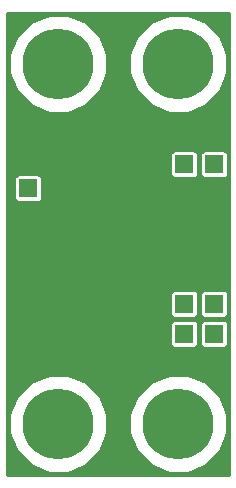
<source format=gbr>
%TF.GenerationSoftware,KiCad,Pcbnew,6.0.4-6f826c9f35~116~ubuntu20.04.1*%
%TF.CreationDate,2022-04-06T12:57:03+00:00*%
%TF.ProjectId,STEPUPDC02A,53544550-5550-4444-9330-32412e6b6963,rev?*%
%TF.SameCoordinates,Original*%
%TF.FileFunction,Copper,L1,Top*%
%TF.FilePolarity,Positive*%
%FSLAX46Y46*%
G04 Gerber Fmt 4.6, Leading zero omitted, Abs format (unit mm)*
G04 Created by KiCad (PCBNEW 6.0.4-6f826c9f35~116~ubuntu20.04.1) date 2022-04-06 12:57:03*
%MOMM*%
%LPD*%
G01*
G04 APERTURE LIST*
%TA.AperFunction,ComponentPad*%
%ADD10C,6.000000*%
%TD*%
%TA.AperFunction,ComponentPad*%
%ADD11R,1.524000X1.524000*%
%TD*%
%TA.AperFunction,ViaPad*%
%ADD12C,0.800000*%
%TD*%
%TA.AperFunction,Conductor*%
%ADD13C,0.500000*%
%TD*%
%TA.AperFunction,Conductor*%
%ADD14C,0.254000*%
%TD*%
G04 APERTURE END LIST*
D10*
%TO.P,M1,1*%
%TO.N,N/C*%
X15240000Y35560000D03*
%TD*%
%TO.P,M2,1*%
%TO.N,N/C*%
X15240000Y5080000D03*
%TD*%
%TO.P,M3,1*%
%TO.N,N/C*%
X5080000Y5080000D03*
%TD*%
%TO.P,M4,1*%
%TO.N,N/C*%
X5080000Y35560000D03*
%TD*%
D11*
%TO.P,J1,1*%
%TO.N,GND*%
X15748000Y29591000D03*
%TO.P,J1,2*%
X18288000Y29591000D03*
%TO.P,J1,3*%
%TO.N,/Power*%
X15748000Y27051000D03*
%TO.P,J1,4*%
X18288000Y27051000D03*
%TO.P,J1,5*%
%TO.N,GND*%
X15748000Y24511000D03*
%TO.P,J1,6*%
X18288000Y24511000D03*
%TD*%
%TO.P,J2,1*%
%TO.N,GND*%
X2540000Y22479000D03*
%TO.P,J2,2*%
%TO.N,/ENABLE*%
X2540000Y25019000D03*
%TD*%
%TO.P,J4,1*%
%TO.N,GND*%
X15748000Y17780000D03*
%TO.P,J4,2*%
X18288000Y17780000D03*
%TO.P,J4,3*%
%TO.N,/PowerOUT*%
X15748000Y15240000D03*
%TO.P,J4,4*%
X18288000Y15240000D03*
%TO.P,J4,5*%
X15748000Y12700000D03*
%TO.P,J4,6*%
X18288000Y12700000D03*
%TO.P,J4,7*%
%TO.N,GND*%
X15748000Y10160000D03*
%TO.P,J4,8*%
X18288000Y10160000D03*
%TD*%
D12*
%TO.N,GND*%
X1397000Y13462000D03*
X2794000Y13462000D03*
X11811000Y18034000D03*
X4953000Y26670000D03*
X16891000Y19558000D03*
X4826000Y12573000D03*
X9017000Y19685000D03*
X8001000Y20574000D03*
X4826000Y11303000D03*
X18415000Y19558000D03*
X9271000Y17018000D03*
X12700000Y29591000D03*
X4191000Y22479000D03*
X4826000Y10160000D03*
X9017000Y18288000D03*
X13970000Y29591000D03*
X18415000Y22733000D03*
X6350000Y26670000D03*
X10033000Y18033998D03*
X6731000Y20574000D03*
X1397000Y14859000D03*
X15748000Y22733000D03*
X15621000Y19558000D03*
X4826000Y28702000D03*
X17018000Y22733000D03*
X3937000Y13462000D03*
%TD*%
D13*
%TO.N,GND*%
X2794000Y13462000D02*
X1397000Y13462000D01*
X13970000Y29591000D02*
X12700000Y29591000D01*
X9778998Y18288000D02*
X10033000Y18033998D01*
X4826000Y12573000D02*
X3937000Y13462000D01*
X4826000Y10160000D02*
X4826000Y11303000D01*
X6731000Y20574000D02*
X8001000Y20574000D01*
X9017000Y18288000D02*
X9778998Y18288000D01*
X9017000Y19685000D02*
X9017000Y18288000D01*
X15621000Y19558000D02*
X16891000Y19558000D01*
X6350000Y26670000D02*
X4953000Y26670000D01*
X15748000Y22733000D02*
X17018000Y22733000D01*
%TD*%
%TO.N,GND*%
D14*
X19564000Y756000D02*
X756000Y756000D01*
X756000Y5900911D01*
X953000Y5900911D01*
X953000Y4259089D01*
X1581298Y2742242D01*
X2742242Y1581298D01*
X4259089Y953000D01*
X5900911Y953000D01*
X7417758Y1581298D01*
X8578702Y2742242D01*
X9207000Y4259089D01*
X9207000Y5900911D01*
X11113000Y5900911D01*
X11113000Y4259089D01*
X11741298Y2742242D01*
X12902242Y1581298D01*
X14419089Y953000D01*
X16060911Y953000D01*
X17577758Y1581298D01*
X18738702Y2742242D01*
X19367000Y4259089D01*
X19367000Y5900911D01*
X18738702Y7417758D01*
X17577758Y8578702D01*
X16060911Y9207000D01*
X14419089Y9207000D01*
X12902242Y8578702D01*
X11741298Y7417758D01*
X11113000Y5900911D01*
X9207000Y5900911D01*
X8578702Y7417758D01*
X7417758Y8578702D01*
X5900911Y9207000D01*
X4259089Y9207000D01*
X2742242Y8578702D01*
X1581298Y7417758D01*
X953000Y5900911D01*
X756000Y5900911D01*
X756000Y13462000D01*
X14550635Y13462000D01*
X14550635Y11938000D01*
X14583775Y11771393D01*
X14678150Y11630150D01*
X14819393Y11535775D01*
X14986000Y11502635D01*
X16510000Y11502635D01*
X16676607Y11535775D01*
X16817850Y11630150D01*
X16912225Y11771393D01*
X16945365Y11938000D01*
X16945365Y13462000D01*
X17090635Y13462000D01*
X17090635Y11938000D01*
X17123775Y11771393D01*
X17218150Y11630150D01*
X17359393Y11535775D01*
X17526000Y11502635D01*
X19050000Y11502635D01*
X19216607Y11535775D01*
X19357850Y11630150D01*
X19452225Y11771393D01*
X19485365Y11938000D01*
X19485365Y13462000D01*
X19452225Y13628607D01*
X19357850Y13769850D01*
X19216607Y13864225D01*
X19050000Y13897365D01*
X17526000Y13897365D01*
X17359393Y13864225D01*
X17218150Y13769850D01*
X17123775Y13628607D01*
X17090635Y13462000D01*
X16945365Y13462000D01*
X16912225Y13628607D01*
X16817850Y13769850D01*
X16676607Y13864225D01*
X16510000Y13897365D01*
X14986000Y13897365D01*
X14819393Y13864225D01*
X14678150Y13769850D01*
X14583775Y13628607D01*
X14550635Y13462000D01*
X756000Y13462000D01*
X756000Y16002000D01*
X14550635Y16002000D01*
X14550635Y14478000D01*
X14583775Y14311393D01*
X14678150Y14170150D01*
X14819393Y14075775D01*
X14986000Y14042635D01*
X16510000Y14042635D01*
X16676607Y14075775D01*
X16817850Y14170150D01*
X16912225Y14311393D01*
X16945365Y14478000D01*
X16945365Y16002000D01*
X17090635Y16002000D01*
X17090635Y14478000D01*
X17123775Y14311393D01*
X17218150Y14170150D01*
X17359393Y14075775D01*
X17526000Y14042635D01*
X19050000Y14042635D01*
X19216607Y14075775D01*
X19357850Y14170150D01*
X19452225Y14311393D01*
X19485365Y14478000D01*
X19485365Y16002000D01*
X19452225Y16168607D01*
X19357850Y16309850D01*
X19216607Y16404225D01*
X19050000Y16437365D01*
X17526000Y16437365D01*
X17359393Y16404225D01*
X17218150Y16309850D01*
X17123775Y16168607D01*
X17090635Y16002000D01*
X16945365Y16002000D01*
X16912225Y16168607D01*
X16817850Y16309850D01*
X16676607Y16404225D01*
X16510000Y16437365D01*
X14986000Y16437365D01*
X14819393Y16404225D01*
X14678150Y16309850D01*
X14583775Y16168607D01*
X14550635Y16002000D01*
X756000Y16002000D01*
X756000Y25781000D01*
X1342635Y25781000D01*
X1342635Y24257000D01*
X1375775Y24090393D01*
X1470150Y23949150D01*
X1611393Y23854775D01*
X1778000Y23821635D01*
X3302000Y23821635D01*
X3468607Y23854775D01*
X3609850Y23949150D01*
X3704225Y24090393D01*
X3737365Y24257000D01*
X3737365Y25781000D01*
X3704225Y25947607D01*
X3609850Y26088850D01*
X3468607Y26183225D01*
X3302000Y26216365D01*
X1778000Y26216365D01*
X1611393Y26183225D01*
X1470150Y26088850D01*
X1375775Y25947607D01*
X1342635Y25781000D01*
X756000Y25781000D01*
X756000Y27813000D01*
X14550635Y27813000D01*
X14550635Y26289000D01*
X14583775Y26122393D01*
X14678150Y25981150D01*
X14819393Y25886775D01*
X14986000Y25853635D01*
X16510000Y25853635D01*
X16676607Y25886775D01*
X16817850Y25981150D01*
X16912225Y26122393D01*
X16945365Y26289000D01*
X16945365Y27813000D01*
X17090635Y27813000D01*
X17090635Y26289000D01*
X17123775Y26122393D01*
X17218150Y25981150D01*
X17359393Y25886775D01*
X17526000Y25853635D01*
X19050000Y25853635D01*
X19216607Y25886775D01*
X19357850Y25981150D01*
X19452225Y26122393D01*
X19485365Y26289000D01*
X19485365Y27813000D01*
X19452225Y27979607D01*
X19357850Y28120850D01*
X19216607Y28215225D01*
X19050000Y28248365D01*
X17526000Y28248365D01*
X17359393Y28215225D01*
X17218150Y28120850D01*
X17123775Y27979607D01*
X17090635Y27813000D01*
X16945365Y27813000D01*
X16912225Y27979607D01*
X16817850Y28120850D01*
X16676607Y28215225D01*
X16510000Y28248365D01*
X14986000Y28248365D01*
X14819393Y28215225D01*
X14678150Y28120850D01*
X14583775Y27979607D01*
X14550635Y27813000D01*
X756000Y27813000D01*
X756000Y36380911D01*
X953000Y36380911D01*
X953000Y34739089D01*
X1581298Y33222242D01*
X2742242Y32061298D01*
X4259089Y31433000D01*
X5900911Y31433000D01*
X7417758Y32061298D01*
X8578702Y33222242D01*
X9207000Y34739089D01*
X9207000Y36380911D01*
X11113000Y36380911D01*
X11113000Y34739089D01*
X11741298Y33222242D01*
X12902242Y32061298D01*
X14419089Y31433000D01*
X16060911Y31433000D01*
X17577758Y32061298D01*
X18738702Y33222242D01*
X19367000Y34739089D01*
X19367000Y36380911D01*
X18738702Y37897758D01*
X17577758Y39058702D01*
X16060911Y39687000D01*
X14419089Y39687000D01*
X12902242Y39058702D01*
X11741298Y37897758D01*
X11113000Y36380911D01*
X9207000Y36380911D01*
X8578702Y37897758D01*
X7417758Y39058702D01*
X5900911Y39687000D01*
X4259089Y39687000D01*
X2742242Y39058702D01*
X1581298Y37897758D01*
X953000Y36380911D01*
X756000Y36380911D01*
X756000Y39884000D01*
X19564001Y39884000D01*
X19564000Y756000D01*
X19564000Y756000D02*
X19564001Y39884000D01*
%TA.AperFunction,Conductor*%
G36*
X19564000Y756000D02*
G01*
X756000Y756000D01*
X756000Y5900911D01*
X953000Y5900911D01*
X953000Y4259089D01*
X1581298Y2742242D01*
X2742242Y1581298D01*
X4259089Y953000D01*
X5900911Y953000D01*
X7417758Y1581298D01*
X8578702Y2742242D01*
X9207000Y4259089D01*
X9207000Y5900911D01*
X11113000Y5900911D01*
X11113000Y4259089D01*
X11741298Y2742242D01*
X12902242Y1581298D01*
X14419089Y953000D01*
X16060911Y953000D01*
X17577758Y1581298D01*
X18738702Y2742242D01*
X19367000Y4259089D01*
X19367000Y5900911D01*
X18738702Y7417758D01*
X17577758Y8578702D01*
X16060911Y9207000D01*
X14419089Y9207000D01*
X12902242Y8578702D01*
X11741298Y7417758D01*
X11113000Y5900911D01*
X9207000Y5900911D01*
X8578702Y7417758D01*
X7417758Y8578702D01*
X5900911Y9207000D01*
X4259089Y9207000D01*
X2742242Y8578702D01*
X1581298Y7417758D01*
X953000Y5900911D01*
X756000Y5900911D01*
X756000Y13462000D01*
X14550635Y13462000D01*
X14550635Y11938000D01*
X14583775Y11771393D01*
X14678150Y11630150D01*
X14819393Y11535775D01*
X14986000Y11502635D01*
X16510000Y11502635D01*
X16676607Y11535775D01*
X16817850Y11630150D01*
X16912225Y11771393D01*
X16945365Y11938000D01*
X16945365Y13462000D01*
X17090635Y13462000D01*
X17090635Y11938000D01*
X17123775Y11771393D01*
X17218150Y11630150D01*
X17359393Y11535775D01*
X17526000Y11502635D01*
X19050000Y11502635D01*
X19216607Y11535775D01*
X19357850Y11630150D01*
X19452225Y11771393D01*
X19485365Y11938000D01*
X19485365Y13462000D01*
X19452225Y13628607D01*
X19357850Y13769850D01*
X19216607Y13864225D01*
X19050000Y13897365D01*
X17526000Y13897365D01*
X17359393Y13864225D01*
X17218150Y13769850D01*
X17123775Y13628607D01*
X17090635Y13462000D01*
X16945365Y13462000D01*
X16912225Y13628607D01*
X16817850Y13769850D01*
X16676607Y13864225D01*
X16510000Y13897365D01*
X14986000Y13897365D01*
X14819393Y13864225D01*
X14678150Y13769850D01*
X14583775Y13628607D01*
X14550635Y13462000D01*
X756000Y13462000D01*
X756000Y16002000D01*
X14550635Y16002000D01*
X14550635Y14478000D01*
X14583775Y14311393D01*
X14678150Y14170150D01*
X14819393Y14075775D01*
X14986000Y14042635D01*
X16510000Y14042635D01*
X16676607Y14075775D01*
X16817850Y14170150D01*
X16912225Y14311393D01*
X16945365Y14478000D01*
X16945365Y16002000D01*
X17090635Y16002000D01*
X17090635Y14478000D01*
X17123775Y14311393D01*
X17218150Y14170150D01*
X17359393Y14075775D01*
X17526000Y14042635D01*
X19050000Y14042635D01*
X19216607Y14075775D01*
X19357850Y14170150D01*
X19452225Y14311393D01*
X19485365Y14478000D01*
X19485365Y16002000D01*
X19452225Y16168607D01*
X19357850Y16309850D01*
X19216607Y16404225D01*
X19050000Y16437365D01*
X17526000Y16437365D01*
X17359393Y16404225D01*
X17218150Y16309850D01*
X17123775Y16168607D01*
X17090635Y16002000D01*
X16945365Y16002000D01*
X16912225Y16168607D01*
X16817850Y16309850D01*
X16676607Y16404225D01*
X16510000Y16437365D01*
X14986000Y16437365D01*
X14819393Y16404225D01*
X14678150Y16309850D01*
X14583775Y16168607D01*
X14550635Y16002000D01*
X756000Y16002000D01*
X756000Y25781000D01*
X1342635Y25781000D01*
X1342635Y24257000D01*
X1375775Y24090393D01*
X1470150Y23949150D01*
X1611393Y23854775D01*
X1778000Y23821635D01*
X3302000Y23821635D01*
X3468607Y23854775D01*
X3609850Y23949150D01*
X3704225Y24090393D01*
X3737365Y24257000D01*
X3737365Y25781000D01*
X3704225Y25947607D01*
X3609850Y26088850D01*
X3468607Y26183225D01*
X3302000Y26216365D01*
X1778000Y26216365D01*
X1611393Y26183225D01*
X1470150Y26088850D01*
X1375775Y25947607D01*
X1342635Y25781000D01*
X756000Y25781000D01*
X756000Y27813000D01*
X14550635Y27813000D01*
X14550635Y26289000D01*
X14583775Y26122393D01*
X14678150Y25981150D01*
X14819393Y25886775D01*
X14986000Y25853635D01*
X16510000Y25853635D01*
X16676607Y25886775D01*
X16817850Y25981150D01*
X16912225Y26122393D01*
X16945365Y26289000D01*
X16945365Y27813000D01*
X17090635Y27813000D01*
X17090635Y26289000D01*
X17123775Y26122393D01*
X17218150Y25981150D01*
X17359393Y25886775D01*
X17526000Y25853635D01*
X19050000Y25853635D01*
X19216607Y25886775D01*
X19357850Y25981150D01*
X19452225Y26122393D01*
X19485365Y26289000D01*
X19485365Y27813000D01*
X19452225Y27979607D01*
X19357850Y28120850D01*
X19216607Y28215225D01*
X19050000Y28248365D01*
X17526000Y28248365D01*
X17359393Y28215225D01*
X17218150Y28120850D01*
X17123775Y27979607D01*
X17090635Y27813000D01*
X16945365Y27813000D01*
X16912225Y27979607D01*
X16817850Y28120850D01*
X16676607Y28215225D01*
X16510000Y28248365D01*
X14986000Y28248365D01*
X14819393Y28215225D01*
X14678150Y28120850D01*
X14583775Y27979607D01*
X14550635Y27813000D01*
X756000Y27813000D01*
X756000Y36380911D01*
X953000Y36380911D01*
X953000Y34739089D01*
X1581298Y33222242D01*
X2742242Y32061298D01*
X4259089Y31433000D01*
X5900911Y31433000D01*
X7417758Y32061298D01*
X8578702Y33222242D01*
X9207000Y34739089D01*
X9207000Y36380911D01*
X11113000Y36380911D01*
X11113000Y34739089D01*
X11741298Y33222242D01*
X12902242Y32061298D01*
X14419089Y31433000D01*
X16060911Y31433000D01*
X17577758Y32061298D01*
X18738702Y33222242D01*
X19367000Y34739089D01*
X19367000Y36380911D01*
X18738702Y37897758D01*
X17577758Y39058702D01*
X16060911Y39687000D01*
X14419089Y39687000D01*
X12902242Y39058702D01*
X11741298Y37897758D01*
X11113000Y36380911D01*
X9207000Y36380911D01*
X8578702Y37897758D01*
X7417758Y39058702D01*
X5900911Y39687000D01*
X4259089Y39687000D01*
X2742242Y39058702D01*
X1581298Y37897758D01*
X953000Y36380911D01*
X756000Y36380911D01*
X756000Y39884000D01*
X19564001Y39884000D01*
X19564000Y756000D01*
G37*
%TD.AperFunction*%
%TD*%
M02*

</source>
